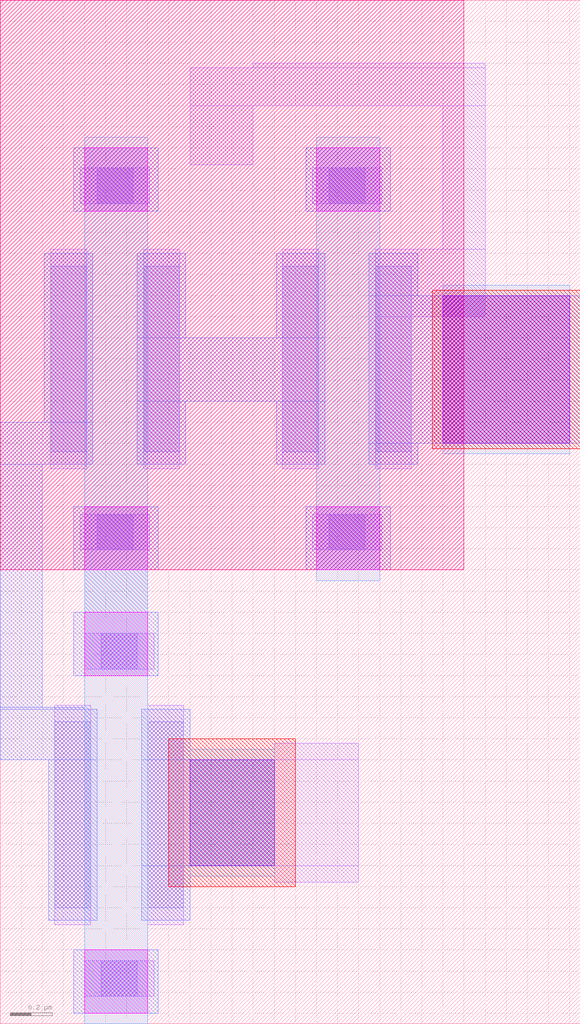
<source format=lef>
MACRO test_inverter_adj
  CLASS BLOCK ;
  FOREIGN test_inverter_adj ;
  ORIGIN -2.600 1.450 ;
  SIZE 2.750 BY 4.850 ;
  OBS
      LAYER nwell ;
        RECT 2.600 0.700 4.800 3.400 ;
      LAYER li1 ;
        RECT 3.800 3.080 4.900 3.100 ;
        RECT 3.500 2.900 4.900 3.080 ;
        RECT 3.500 2.620 3.800 2.900 ;
        RECT 2.980 2.435 3.310 2.605 ;
        RECT 4.080 2.435 4.410 2.605 ;
        RECT 4.700 2.220 4.900 2.900 ;
        RECT 2.840 1.180 3.010 2.220 ;
        RECT 3.280 1.180 3.450 2.220 ;
        RECT 3.940 1.180 4.110 2.220 ;
        RECT 4.380 1.900 4.900 2.220 ;
        RECT 4.380 1.180 4.550 1.900 ;
        RECT 2.980 0.795 3.310 0.965 ;
        RECT 4.080 0.795 4.410 0.965 ;
        RECT 3.000 0.230 3.330 0.400 ;
        RECT 2.860 -0.980 3.030 0.060 ;
        RECT 3.300 -0.200 3.470 0.060 ;
        RECT 3.900 -0.200 4.300 -0.120 ;
        RECT 3.300 -0.700 4.300 -0.200 ;
        RECT 3.300 -0.980 3.470 -0.700 ;
        RECT 3.900 -0.780 4.300 -0.700 ;
        RECT 3.000 -1.320 3.330 -1.150 ;
      LAYER mcon ;
        RECT 3.060 2.435 3.230 2.605 ;
        RECT 4.160 2.435 4.330 2.605 ;
        RECT 2.840 1.260 3.010 2.140 ;
        RECT 3.280 1.260 3.450 2.140 ;
        RECT 3.940 1.260 4.110 2.140 ;
        RECT 4.380 1.260 4.550 2.140 ;
        RECT 3.060 0.795 3.230 0.965 ;
        RECT 4.160 0.795 4.330 0.965 ;
        RECT 3.080 0.230 3.250 0.400 ;
        RECT 2.860 -0.900 3.030 -0.020 ;
        RECT 3.300 -0.900 3.470 -0.020 ;
        RECT 3.080 -1.320 3.250 -1.150 ;
      LAYER met1 ;
        RECT 2.950 2.400 3.350 2.700 ;
        RECT 4.050 2.400 4.450 2.700 ;
        RECT 2.810 1.400 3.040 2.200 ;
        RECT 2.600 1.200 3.040 1.400 ;
        RECT 3.250 1.800 3.480 2.200 ;
        RECT 3.910 1.800 4.140 2.200 ;
        RECT 3.250 1.500 4.140 1.800 ;
        RECT 3.250 1.200 3.480 1.500 ;
        RECT 3.910 1.200 4.140 1.500 ;
        RECT 4.350 2.000 4.580 2.200 ;
        RECT 4.350 1.300 5.350 2.000 ;
        RECT 4.350 1.200 4.580 1.300 ;
        RECT 2.600 0.050 2.800 1.200 ;
        RECT 2.950 0.700 3.350 1.000 ;
        RECT 4.050 0.700 4.450 1.000 ;
        RECT 3.000 0.500 3.300 0.700 ;
        RECT 2.950 0.200 3.350 0.500 ;
        RECT 2.600 0.040 3.000 0.050 ;
        RECT 2.600 -0.200 3.060 0.040 ;
        RECT 2.830 -0.960 3.060 -0.200 ;
        RECT 3.270 -0.200 3.500 0.040 ;
        RECT 3.270 -0.700 3.900 -0.200 ;
        RECT 3.270 -0.960 3.500 -0.700 ;
        RECT 2.950 -1.400 3.350 -1.100 ;
      LAYER via ;
        RECT 3.000 2.400 3.300 2.700 ;
        RECT 4.100 2.400 4.400 2.700 ;
        RECT 4.700 1.300 5.300 2.000 ;
        RECT 3.000 0.700 3.300 1.000 ;
        RECT 4.100 0.700 4.400 1.000 ;
        RECT 3.000 0.200 3.300 0.500 ;
        RECT 3.000 -1.400 3.300 -1.100 ;
      LAYER met2 ;
        RECT 3.000 -1.450 3.300 2.750 ;
        RECT 4.100 0.650 4.400 2.750 ;
        RECT 4.700 1.250 5.300 2.050 ;
        RECT 3.500 -0.750 3.900 -0.150 ;
      LAYER via2 ;
        RECT 4.700 1.300 5.300 2.000 ;
        RECT 3.500 -0.700 3.900 -0.200 ;
      LAYER met3 ;
        RECT 4.650 1.275 5.350 2.025 ;
        RECT 3.400 -0.800 4.000 -0.100 ;
  END
END test_inverter_adj
END LIBRARY


</source>
